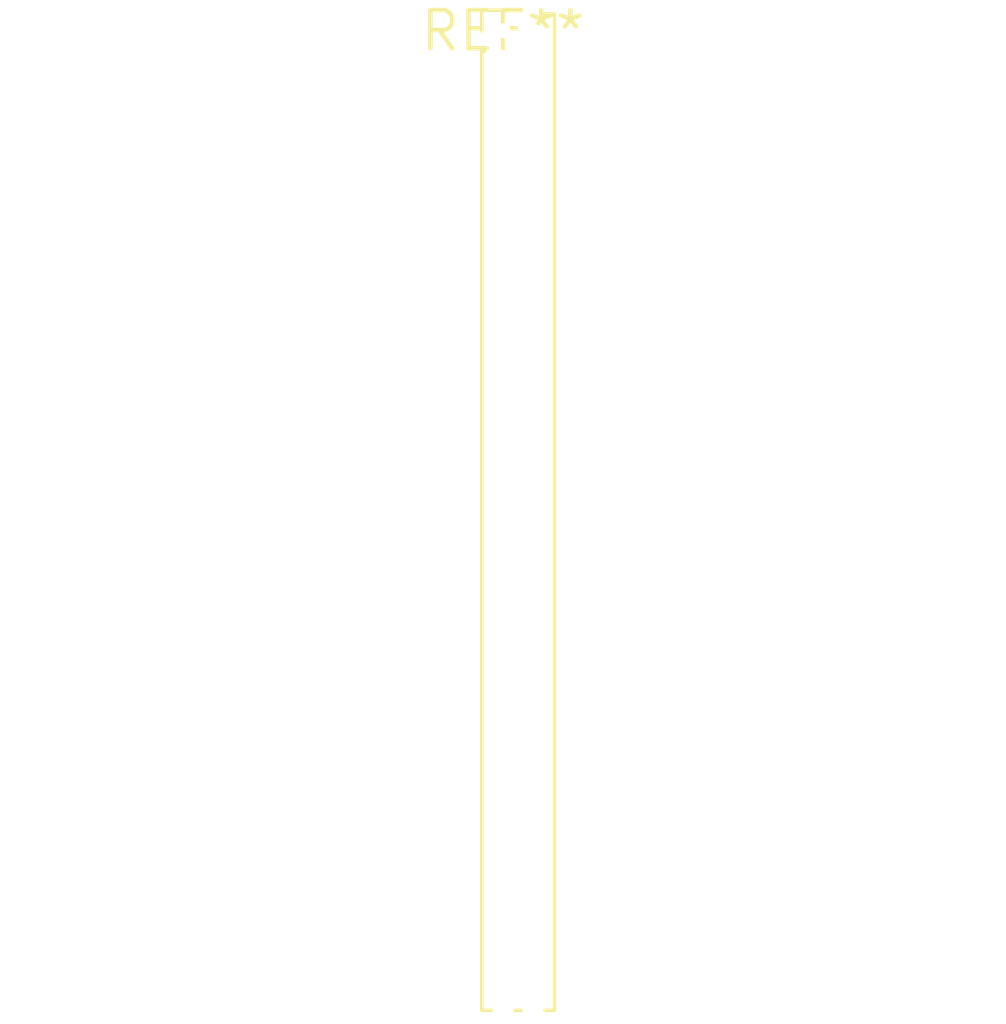
<source format=kicad_pcb>
(kicad_pcb (version 20240108) (generator pcbnew)
  (layers (0 "F.Cu" signal) (31 "B.Cu" signal) (34 "B.Paste" user) (35 "F.Paste" user) (36 "B.SilkS" user "B.Silkscreen") (37 "F.SilkS" user "F.Silkscreen") (38 "B.Mask" user) (39 "F.Mask" user) (44 "Edge.Cuts" user))
  (net 0 "")
  (footprint "PinHeader_2x33_P1.00mm_Vertical" (layer "F.Cu") (at 0 0)
    (property "Reference" "REF**")
    (property "Value" "PinHeader_2x33_P1.00mm_Vertical")
    (fp_line (start -0.71 -0.685) (end 0 -0.685) (layer "F.SilkS") (stroke (width 0.12)))
    (fp_line (start -0.71 0) (end -0.71 -0.685) (layer "F.SilkS") (stroke (width 0.12)))
    (fp_line (start -0.71 0.685) (end -0.71 32.56) (layer "F.SilkS") (stroke (width 0.12)))
    (fp_line (start -0.71 0.685) (end -0.608276 0.685) (layer "F.SilkS") (stroke (width 0.12)))
    (fp_line (start -0.71 32.56) (end -0.394493 32.56) (layer "F.SilkS") (stroke (width 0.12)))
    (fp_line (start 0.394493 32.56) (end 0.605507 32.56) (layer "F.SilkS") (stroke (width 0.12)))
    (fp_line (start 1.394493 -0.56) (end 1.71 -0.56) (layer "F.SilkS") (stroke (width 0.12)))
    (fp_line (start 1.394493 32.56) (end 1.71 32.56) (layer "F.SilkS") (stroke (width 0.12)))
    (fp_line (start 1.71 -0.56) (end 1.71 32.56) (layer "F.SilkS") (stroke (width 0.12)))
    (pad "1" thru_hole rect (at 0 0) (size 0.85 0.85) (drill 0.5) (layers *.Cu *.Mask) (remove_unused_layers))
    (pad "2" thru_hole oval (at 1 0) (size 0.85 0.85) (drill 0.5) (layers *.Cu *.Mask) (remove_unused_layers))
    (pad "3" thru_hole oval (at 0 1) (size 0.85 0.85) (drill 0.5) (layers *.Cu *.Mask) (remove_unused_layers))
    (pad "4" thru_hole oval (at 1 1) (size 0.85 0.85) (drill 0.5) (layers *.Cu *.Mask) (remove_unused_layers))
    (pad "5" thru_hole oval (at 0 2) (size 0.85 0.85) (drill 0.5) (layers *.Cu *.Mask) (remove_unused_layers))
    (pad "6" thru_hole oval (at 1 2) (size 0.85 0.85) (drill 0.5) (layers *.Cu *.Mask) (remove_unused_layers))
    (pad "7" thru_hole oval (at 0 3) (size 0.85 0.85) (drill 0.5) (layers *.Cu *.Mask) (remove_unused_layers))
    (pad "8" thru_hole oval (at 1 3) (size 0.85 0.85) (drill 0.5) (layers *.Cu *.Mask) (remove_unused_layers))
    (pad "9" thru_hole oval (at 0 4) (size 0.85 0.85) (drill 0.5) (layers *.Cu *.Mask) (remove_unused_layers))
    (pad "10" thru_hole oval (at 1 4) (size 0.85 0.85) (drill 0.5) (layers *.Cu *.Mask) (remove_unused_layers))
    (pad "11" thru_hole oval (at 0 5) (size 0.85 0.85) (drill 0.5) (layers *.Cu *.Mask) (remove_unused_layers))
    (pad "12" thru_hole oval (at 1 5) (size 0.85 0.85) (drill 0.5) (layers *.Cu *.Mask) (remove_unused_layers))
    (pad "13" thru_hole oval (at 0 6) (size 0.85 0.85) (drill 0.5) (layers *.Cu *.Mask) (remove_unused_layers))
    (pad "14" thru_hole oval (at 1 6) (size 0.85 0.85) (drill 0.5) (layers *.Cu *.Mask) (remove_unused_layers))
    (pad "15" thru_hole oval (at 0 7) (size 0.85 0.85) (drill 0.5) (layers *.Cu *.Mask) (remove_unused_layers))
    (pad "16" thru_hole oval (at 1 7) (size 0.85 0.85) (drill 0.5) (layers *.Cu *.Mask) (remove_unused_layers))
    (pad "17" thru_hole oval (at 0 8) (size 0.85 0.85) (drill 0.5) (layers *.Cu *.Mask) (remove_unused_layers))
    (pad "18" thru_hole oval (at 1 8) (size 0.85 0.85) (drill 0.5) (layers *.Cu *.Mask) (remove_unused_layers))
    (pad "19" thru_hole oval (at 0 9) (size 0.85 0.85) (drill 0.5) (layers *.Cu *.Mask) (remove_unused_layers))
    (pad "20" thru_hole oval (at 1 9) (size 0.85 0.85) (drill 0.5) (layers *.Cu *.Mask) (remove_unused_layers))
    (pad "21" thru_hole oval (at 0 10) (size 0.85 0.85) (drill 0.5) (layers *.Cu *.Mask) (remove_unused_layers))
    (pad "22" thru_hole oval (at 1 10) (size 0.85 0.85) (drill 0.5) (layers *.Cu *.Mask) (remove_unused_layers))
    (pad "23" thru_hole oval (at 0 11) (size 0.85 0.85) (drill 0.5) (layers *.Cu *.Mask) (remove_unused_layers))
    (pad "24" thru_hole oval (at 1 11) (size 0.85 0.85) (drill 0.5) (layers *.Cu *.Mask) (remove_unused_layers))
    (pad "25" thru_hole oval (at 0 12) (size 0.85 0.85) (drill 0.5) (layers *.Cu *.Mask) (remove_unused_layers))
    (pad "26" thru_hole oval (at 1 12) (size 0.85 0.85) (drill 0.5) (layers *.Cu *.Mask) (remove_unused_layers))
    (pad "27" thru_hole oval (at 0 13) (size 0.85 0.85) (drill 0.5) (layers *.Cu *.Mask) (remove_unused_layers))
    (pad "28" thru_hole oval (at 1 13) (size 0.85 0.85) (drill 0.5) (layers *.Cu *.Mask) (remove_unused_layers))
    (pad "29" thru_hole oval (at 0 14) (size 0.85 0.85) (drill 0.5) (layers *.Cu *.Mask) (remove_unused_layers))
    (pad "30" thru_hole oval (at 1 14) (size 0.85 0.85) (drill 0.5) (layers *.Cu *.Mask) (remove_unused_layers))
    (pad "31" thru_hole oval (at 0 15) (size 0.85 0.85) (drill 0.5) (layers *.Cu *.Mask) (remove_unused_layers))
    (pad "32" thru_hole oval (at 1 15) (size 0.85 0.85) (drill 0.5) (layers *.Cu *.Mask) (remove_unused_layers))
    (pad "33" thru_hole oval (at 0 16) (size 0.85 0.85) (drill 0.5) (layers *.Cu *.Mask) (remove_unused_layers))
    (pad "34" thru_hole oval (at 1 16) (size 0.85 0.85) (drill 0.5) (layers *.Cu *.Mask) (remove_unused_layers))
    (pad "35" thru_hole oval (at 0 17) (size 0.85 0.85) (drill 0.5) (layers *.Cu *.Mask) (remove_unused_layers))
    (pad "36" thru_hole oval (at 1 17) (size 0.85 0.85) (drill 0.5) (layers *.Cu *.Mask) (remove_unused_layers))
    (pad "37" thru_hole oval (at 0 18) (size 0.85 0.85) (drill 0.5) (layers *.Cu *.Mask) (remove_unused_layers))
    (pad "38" thru_hole oval (at 1 18) (size 0.85 0.85) (drill 0.5) (layers *.Cu *.Mask) (remove_unused_layers))
    (pad "39" thru_hole oval (at 0 19) (size 0.85 0.85) (drill 0.5) (layers *.Cu *.Mask) (remove_unused_layers))
    (pad "40" thru_hole oval (at 1 19) (size 0.85 0.85) (drill 0.5) (layers *.Cu *.Mask) (remove_unused_layers))
    (pad "41" thru_hole oval (at 0 20) (size 0.85 0.85) (drill 0.5) (layers *.Cu *.Mask) (remove_unused_layers))
    (pad "42" thru_hole oval (at 1 20) (size 0.85 0.85) (drill 0.5) (layers *.Cu *.Mask) (remove_unused_layers))
    (pad "43" thru_hole oval (at 0 21) (size 0.85 0.85) (drill 0.5) (layers *.Cu *.Mask) (remove_unused_layers))
    (pad "44" thru_hole oval (at 1 21) (size 0.85 0.85) (drill 0.5) (layers *.Cu *.Mask) (remove_unused_layers))
    (pad "45" thru_hole oval (at 0 22) (size 0.85 0.85) (drill 0.5) (layers *.Cu *.Mask) (remove_unused_layers))
    (pad "46" thru_hole oval (at 1 22) (size 0.85 0.85) (drill 0.5) (layers *.Cu *.Mask) (remove_unused_layers))
    (pad "47" thru_hole oval (at 0 23) (size 0.85 0.85) (drill 0.5) (layers *.Cu *.Mask) (remove_unused_layers))
    (pad "48" thru_hole oval (at 1 23) (size 0.85 0.85) (drill 0.5) (layers *.Cu *.Mask) (remove_unused_layers))
    (pad "49" thru_hole oval (at 0 24) (size 0.85 0.85) (drill 0.5) (layers *.Cu *.Mask) (remove_unused_layers))
    (pad "50" thru_hole oval (at 1 24) (size 0.85 0.85) (drill 0.5) (layers *.Cu *.Mask) (remove_unused_layers))
    (pad "51" thru_hole oval (at 0 25) (size 0.85 0.85) (drill 0.5) (layers *.Cu *.Mask) (remove_unused_layers))
    (pad "52" thru_hole oval (at 1 25) (size 0.85 0.85) (drill 0.5) (layers *.Cu *.Mask) (remove_unused_layers))
    (pad "53" thru_hole oval (at 0 26) (size 0.85 0.85) (drill 0.5) (layers *.Cu *.Mask) (remove_unused_layers))
    (pad "54" thru_hole oval (at 1 26) (size 0.85 0.85) (drill 0.5) (layers *.Cu *.Mask) (remove_unused_layers))
    (pad "55" thru_hole oval (at 0 27) (size 0.85 0.85) (drill 0.5) (layers *.Cu *.Mask) (remove_unused_layers))
    (pad "56" thru_hole oval (at 1 27) (size 0.85 0.85) (drill 0.5) (layers *.Cu *.Mask) (remove_unused_layers))
    (pad "57" thru_hole oval (at 0 28) (size 0.85 0.85) (drill 0.5) (layers *.Cu *.Mask) (remove_unused_layers))
    (pad "58" thru_hole oval (at 1 28) (size 0.85 0.85) (drill 0.5) (layers *.Cu *.Mask) (remove_unused_layers))
    (pad "59" thru_hole oval (at 0 29) (size 0.85 0.85) (drill 0.5) (layers *.Cu *.Mask) (remove_unused_layers))
    (pad "60" thru_hole oval (at 1 29) (size 0.85 0.85) (drill 0.5) (layers *.Cu *.Mask) (remove_unused_layers))
    (pad "61" thru_hole oval (at 0 30) (size 0.85 0.85) (drill 0.5) (layers *.Cu *.Mask) (remove_unused_layers))
    (pad "62" thru_hole oval (at 1 30) (size 0.85 0.85) (drill 0.5) (layers *.Cu *.Mask) (remove_unused_layers))
    (pad "63" thru_hole oval (at 0 31) (size 0.85 0.85) (drill 0.5) (layers *.Cu *.Mask) (remove_unused_layers))
    (pad "64" thru_hole oval (at 1 31) (size 0.85 0.85) (drill 0.5) (layers *.Cu *.Mask) (remove_unused_layers))
    (pad "65" thru_hole oval (at 0 32) (size 0.85 0.85) (drill 0.5) (layers *.Cu *.Mask) (remove_unused_layers))
    (pad "66" thru_hole oval (at 1 32) (size 0.85 0.85) (drill 0.5) (layers *.Cu *.Mask) (remove_unused_layers))
  )
)
</source>
